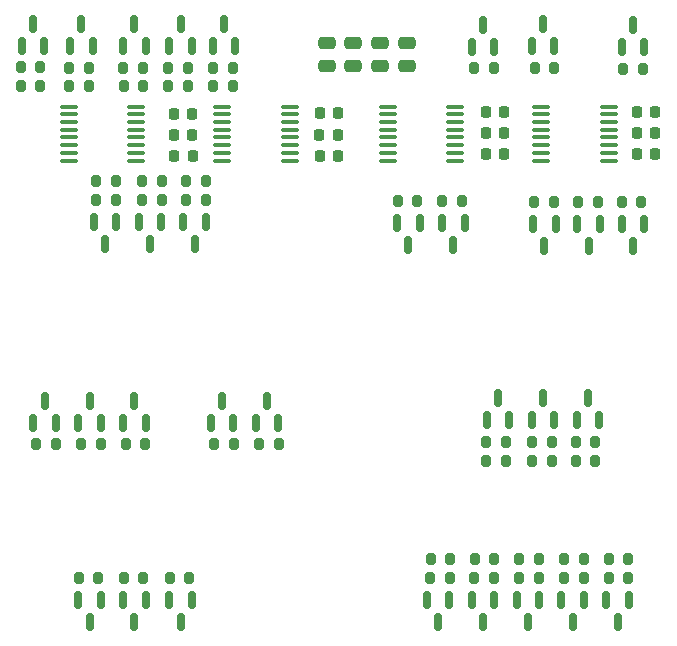
<source format=gbp>
G04 #@! TF.GenerationSoftware,KiCad,Pcbnew,(6.0.6)*
G04 #@! TF.CreationDate,2022-10-25T18:49:35+02:00*
G04 #@! TF.ProjectId,matrix_module,6d617472-6978-45f6-9d6f-64756c652e6b,rev?*
G04 #@! TF.SameCoordinates,Original*
G04 #@! TF.FileFunction,Paste,Bot*
G04 #@! TF.FilePolarity,Positive*
%FSLAX46Y46*%
G04 Gerber Fmt 4.6, Leading zero omitted, Abs format (unit mm)*
G04 Created by KiCad (PCBNEW (6.0.6)) date 2022-10-25 18:49:35*
%MOMM*%
%LPD*%
G01*
G04 APERTURE LIST*
G04 Aperture macros list*
%AMRoundRect*
0 Rectangle with rounded corners*
0 $1 Rounding radius*
0 $2 $3 $4 $5 $6 $7 $8 $9 X,Y pos of 4 corners*
0 Add a 4 corners polygon primitive as box body*
4,1,4,$2,$3,$4,$5,$6,$7,$8,$9,$2,$3,0*
0 Add four circle primitives for the rounded corners*
1,1,$1+$1,$2,$3*
1,1,$1+$1,$4,$5*
1,1,$1+$1,$6,$7*
1,1,$1+$1,$8,$9*
0 Add four rect primitives between the rounded corners*
20,1,$1+$1,$2,$3,$4,$5,0*
20,1,$1+$1,$4,$5,$6,$7,0*
20,1,$1+$1,$6,$7,$8,$9,0*
20,1,$1+$1,$8,$9,$2,$3,0*%
G04 Aperture macros list end*
%ADD10RoundRect,0.225000X-0.225000X-0.250000X0.225000X-0.250000X0.225000X0.250000X-0.225000X0.250000X0*%
%ADD11RoundRect,0.200000X-0.200000X-0.275000X0.200000X-0.275000X0.200000X0.275000X-0.200000X0.275000X0*%
%ADD12RoundRect,0.150000X0.150000X-0.587500X0.150000X0.587500X-0.150000X0.587500X-0.150000X-0.587500X0*%
%ADD13RoundRect,0.150000X-0.150000X0.587500X-0.150000X-0.587500X0.150000X-0.587500X0.150000X0.587500X0*%
%ADD14RoundRect,0.200000X0.200000X0.275000X-0.200000X0.275000X-0.200000X-0.275000X0.200000X-0.275000X0*%
%ADD15RoundRect,0.250000X0.475000X-0.250000X0.475000X0.250000X-0.475000X0.250000X-0.475000X-0.250000X0*%
%ADD16RoundRect,0.100000X-0.637500X-0.100000X0.637500X-0.100000X0.637500X0.100000X-0.637500X0.100000X0*%
G04 APERTURE END LIST*
D10*
X18075000Y14100000D03*
X19625000Y14100000D03*
X30378400Y14125000D03*
X31928400Y14125000D03*
X18050000Y17700000D03*
X19600000Y17700000D03*
X30353400Y15925000D03*
X31903400Y15925000D03*
X30378400Y17725000D03*
X31928400Y17725000D03*
X18050000Y15900000D03*
X19600000Y15900000D03*
D11*
X11475000Y12000000D03*
X13125000Y12000000D03*
D12*
X50250000Y-8275000D03*
X48350000Y-8275000D03*
X49300000Y-6400000D03*
D13*
X47050000Y-23462500D03*
X48950000Y-23462500D03*
X48000000Y-25337500D03*
D11*
X36975000Y10300000D03*
X38625000Y10300000D03*
X9975000Y-21600000D03*
X11625000Y-21600000D03*
D13*
X11250000Y8537500D03*
X13150000Y8537500D03*
X12200000Y6662500D03*
D14*
X56525000Y-21600000D03*
X54875000Y-21600000D03*
D11*
X21375000Y21600000D03*
X23025000Y21600000D03*
X5080000Y21615200D03*
X6730000Y21615200D03*
D14*
X8025000Y-10300000D03*
X6375000Y-10300000D03*
D11*
X39775000Y-20000000D03*
X41425000Y-20000000D03*
D14*
X53725000Y-11700000D03*
X52075000Y-11700000D03*
X50025000Y-11700000D03*
X48375000Y-11700000D03*
X15425000Y20000000D03*
X13775000Y20000000D03*
D11*
X48550000Y10200000D03*
X50200000Y10200000D03*
D13*
X13750000Y-23462500D03*
X15650000Y-23462500D03*
X14700000Y-25337500D03*
D11*
X15375000Y12000000D03*
X17025000Y12000000D03*
D12*
X23050000Y-8475000D03*
X21150000Y-8475000D03*
X22100000Y-6600000D03*
D14*
X23025000Y20000000D03*
X21375000Y20000000D03*
D15*
X33223200Y21742400D03*
X33223200Y23642400D03*
D10*
X57250000Y17850000D03*
X58800000Y17850000D03*
D12*
X46450000Y-8275000D03*
X44550000Y-8275000D03*
X45500000Y-6400000D03*
X7055000Y23440200D03*
X5155000Y23440200D03*
X6105000Y25315200D03*
D13*
X18850000Y8537500D03*
X20750000Y8537500D03*
X19800000Y6662500D03*
D12*
X54050000Y-8275000D03*
X52150000Y-8275000D03*
X53100000Y-6400000D03*
D11*
X55975000Y10200000D03*
X57625000Y10200000D03*
D10*
X44450000Y14275000D03*
X46000000Y14275000D03*
D14*
X50225000Y21600000D03*
X48575000Y21600000D03*
D11*
X44475000Y-10100000D03*
X46125000Y-10100000D03*
D13*
X40750000Y8437500D03*
X42650000Y8437500D03*
X41700000Y6562500D03*
D11*
X48375000Y-10100000D03*
X50025000Y-10100000D03*
X19075000Y12000000D03*
X20725000Y12000000D03*
X17575000Y21600000D03*
X19225000Y21600000D03*
X51100000Y-20000000D03*
X52750000Y-20000000D03*
D14*
X52725000Y-21600000D03*
X51075000Y-21600000D03*
X26925000Y-10300000D03*
X25275000Y-10300000D03*
D12*
X15650000Y-8475000D03*
X13750000Y-8475000D03*
X14700000Y-6600000D03*
D13*
X15050000Y8537500D03*
X16950000Y8537500D03*
X16000000Y6662500D03*
D11*
X13750000Y21600000D03*
X15400000Y21600000D03*
D14*
X19225000Y20000000D03*
X17575000Y20000000D03*
D13*
X50850000Y-23462500D03*
X52750000Y-23462500D03*
X51800000Y-25337500D03*
D14*
X11825000Y-10300000D03*
X10175000Y-10300000D03*
D15*
X30973200Y21742400D03*
X30973200Y23642400D03*
D14*
X45125000Y21600000D03*
X43475000Y21600000D03*
X17025000Y10400000D03*
X15375000Y10400000D03*
D13*
X52199000Y8337500D03*
X54099000Y8337500D03*
X53149000Y6462500D03*
X36950000Y8437500D03*
X38850000Y8437500D03*
X37900000Y6562500D03*
D11*
X47275000Y-20000000D03*
X48925000Y-20000000D03*
D15*
X37800000Y21750000D03*
X37800000Y23650000D03*
D14*
X46125000Y-11700000D03*
X44475000Y-11700000D03*
D12*
X11150000Y23425000D03*
X9250000Y23425000D03*
X10200000Y25300000D03*
X50250000Y23425000D03*
X48350000Y23425000D03*
X49300000Y25300000D03*
D16*
X49137500Y13725000D03*
X49137500Y14375000D03*
X49137500Y15025000D03*
X49137500Y15675000D03*
X49137500Y16325000D03*
X49137500Y16975000D03*
X49137500Y17625000D03*
X49137500Y18275000D03*
X54862500Y18275000D03*
X54862500Y17625000D03*
X54862500Y16975000D03*
X54862500Y16325000D03*
X54862500Y15675000D03*
X54862500Y15025000D03*
X54862500Y14375000D03*
X54862500Y13725000D03*
D10*
X44475000Y17875000D03*
X46025000Y17875000D03*
D12*
X19550000Y23425000D03*
X17650000Y23425000D03*
X18600000Y25300000D03*
D15*
X35525000Y21750000D03*
X35525000Y23650000D03*
D12*
X11850000Y-8475000D03*
X9950000Y-8475000D03*
X10900000Y-6600000D03*
D13*
X17650000Y-23462500D03*
X19550000Y-23462500D03*
X18600000Y-25337500D03*
D11*
X52075000Y-10100000D03*
X53725000Y-10100000D03*
X43500000Y-20000000D03*
X45150000Y-20000000D03*
D10*
X57225000Y16050000D03*
X58775000Y16050000D03*
D13*
X48450000Y8361500D03*
X50350000Y8361500D03*
X49400000Y6486500D03*
X39450000Y-23462500D03*
X41350000Y-23462500D03*
X40400000Y-25337500D03*
X54650000Y-23462500D03*
X56550000Y-23462500D03*
X55600000Y-25337500D03*
D16*
X22137500Y13725000D03*
X22137500Y14375000D03*
X22137500Y15025000D03*
X22137500Y15675000D03*
X22137500Y16325000D03*
X22137500Y16975000D03*
X22137500Y17625000D03*
X22137500Y18275000D03*
X27862500Y18275000D03*
X27862500Y17625000D03*
X27862500Y16975000D03*
X27862500Y16325000D03*
X27862500Y15675000D03*
X27862500Y15025000D03*
X27862500Y14375000D03*
X27862500Y13725000D03*
D11*
X40775000Y10300000D03*
X42425000Y10300000D03*
X54875000Y-20000000D03*
X56525000Y-20000000D03*
D14*
X10825000Y20000000D03*
X9175000Y20000000D03*
D11*
X13775000Y-21600000D03*
X15425000Y-21600000D03*
D12*
X23250000Y23425000D03*
X21350000Y23425000D03*
X22300000Y25300000D03*
X8050000Y-8475000D03*
X6150000Y-8475000D03*
X7100000Y-6600000D03*
D13*
X55950000Y8337500D03*
X57850000Y8337500D03*
X56900000Y6462500D03*
D16*
X36137500Y13725000D03*
X36137500Y14375000D03*
X36137500Y15025000D03*
X36137500Y15675000D03*
X36137500Y16325000D03*
X36137500Y16975000D03*
X36137500Y17625000D03*
X36137500Y18275000D03*
X41862500Y18275000D03*
X41862500Y17625000D03*
X41862500Y16975000D03*
X41862500Y16325000D03*
X41862500Y15675000D03*
X41862500Y15025000D03*
X41862500Y14375000D03*
X41862500Y13725000D03*
D14*
X48925000Y-21600000D03*
X47275000Y-21600000D03*
D10*
X57225000Y14250000D03*
X58775000Y14250000D03*
X44450000Y16075000D03*
X46000000Y16075000D03*
D11*
X52275000Y10200000D03*
X53925000Y10200000D03*
X9175000Y21600000D03*
X10825000Y21600000D03*
D14*
X20725000Y10400000D03*
X19075000Y10400000D03*
X13125000Y10400000D03*
X11475000Y10400000D03*
D13*
X9950000Y-23462500D03*
X11850000Y-23462500D03*
X10900000Y-25337500D03*
D16*
X9137500Y13725000D03*
X9137500Y14375000D03*
X9137500Y15025000D03*
X9137500Y15675000D03*
X9137500Y16325000D03*
X9137500Y16975000D03*
X9137500Y17625000D03*
X9137500Y18275000D03*
X14862500Y18275000D03*
X14862500Y17625000D03*
X14862500Y16975000D03*
X14862500Y16325000D03*
X14862500Y15675000D03*
X14862500Y15025000D03*
X14862500Y14375000D03*
X14862500Y13725000D03*
D14*
X41400000Y-21600000D03*
X39750000Y-21600000D03*
X45125000Y-21600000D03*
X43475000Y-21600000D03*
D11*
X17675000Y-21600000D03*
X19325000Y-21600000D03*
D12*
X57850000Y23325000D03*
X55950000Y23325000D03*
X56900000Y25200000D03*
D14*
X57725000Y21500000D03*
X56075000Y21500000D03*
D12*
X45150000Y23325000D03*
X43250000Y23325000D03*
X44200000Y25200000D03*
D13*
X43250000Y-23462500D03*
X45150000Y-23462500D03*
X44200000Y-25337500D03*
D14*
X15625000Y-10300000D03*
X13975000Y-10300000D03*
X6730000Y20015200D03*
X5080000Y20015200D03*
D12*
X15650000Y23425000D03*
X13750000Y23425000D03*
X14700000Y25300000D03*
D14*
X23125000Y-10300000D03*
X21475000Y-10300000D03*
D12*
X26850000Y-8475000D03*
X24950000Y-8475000D03*
X25900000Y-6600000D03*
M02*

</source>
